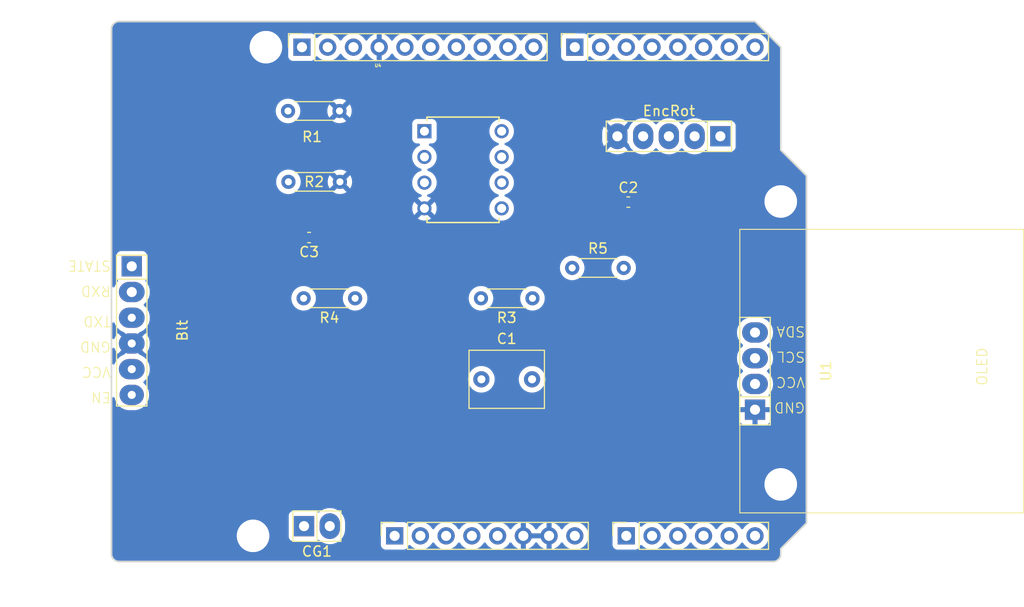
<source format=kicad_pcb>
(kicad_pcb (version 20241229) (generator "pcbnew") (generator_version "9.0")
  (title_block (date "mar. 31 mars 2015"))
  (layers (0 "F.Cu" signal) (2 "B.Cu" signal) (13 "F.Paste" user) (15 "B.Paste" user) (5 "F.SilkS" user "F.Silkscreen") (7 "B.SilkS" user "B.Silkscreen") (1 "F.Mask" user) (3 "B.Mask" user) (25 "Edge.Cuts" user))
  (net 0 "")
  (net 1 "GND")
  (net 3 "+5V")
  (net 4 "/IOREF")
  (net 5 "/A0")
  (net 6 "/A1")
  (net 7 "/A2")
  (net 8 "/A3")
  (net 9 "Net-(U4-+IN)")
  (net 10 "/12")
  (net 11 "/AREF")
  (net 12 "/8")
  (net 13 "Net-(U4-OUT)")
  (net 14 "/*9")
  (net 15 "/*6")
  (net 16 "/TX{slash}1")
  (net 17 "/*3")
  (net 18 "/RX{slash}0")
  (net 19 "+3V3")
  (net 20 "VCC")
  (net 21 "/~{RESET}")
  (net 22 "TXD")
  (net 23 "SCL")
  (net 24 "RXD")
  (net 25 "SDA")
  (net 28 "CLK")
  (net 29 "DT")
  (net 30 "SW")
  (net 31 "ADC")
  (net 32 "Net-(CG1-Pad2)")
  (net 33 "SDI")
  (net 34 "SCK")
  (footprint "Connector_PinSocket_2.54mm:PinSocket_1x08_P2.54mm_Vertical" (layer "F.Cu") (at 127.94 97.46 90)
    (property "Reference" "J1" (hide yes))
    (property "Value" "Power")
    (fp_line (start 1.33 -1.33) (end 1.33 0) (stroke (width 0.12)) (layer "F.SilkS"))
    (fp_line (start 0 -1.33) (end 1.33 -1.33) (stroke (width 0.12)) (layer "F.SilkS"))
    (fp_line (start 1.33 1.27) (end 1.33 19.11) (stroke (width 0.12)) (layer "F.SilkS"))
    (fp_line (start -1.33 1.27) (end 1.33 1.27) (stroke (width 0.12)) (layer "F.SilkS"))
    (fp_line (start -1.33 1.27) (end -1.33 19.11) (stroke (width 0.12)) (layer "F.SilkS"))
    (fp_line (start -1.33 19.11) (end 1.33 19.11) (stroke (width 0.12)) (layer "F.SilkS"))
    (pad "1" thru_hole rect (at 0 0 90) (size 1.7 1.7) (drill 1) (layers "*.Cu" "*.Mask"))
    (pad "2" thru_hole oval (at 0 2.54 90) (size 1.7 1.7) (drill 1) (layers "*.Cu" "*.Mask") (net 4 "/IOREF"))
    (pad "3" thru_hole oval (at 0 5.08 90) (size 1.7 1.7) (drill 1) (layers "*.Cu" "*.Mask") (net 21 "/~{RESET}"))
    (pad "4" thru_hole oval (at 0 7.62 90) (size 1.7 1.7) (drill 1) (layers "*.Cu" "*.Mask") (net 19 "+3V3"))
    (pad "5" thru_hole oval (at 0 10.16 90) (size 1.7 1.7) (drill 1) (layers "*.Cu" "*.Mask") (net 3 "+5V"))
    (pad "6" thru_hole oval (at 0 12.7 90) (size 1.7 1.7) (drill 1) (layers "*.Cu" "*.Mask") (net 1 "GND"))
    (pad "7" thru_hole oval (at 0 15.24 90) (size 1.7 1.7) (drill 1) (layers "*.Cu" "*.Mask") (net 1 "GND"))
    (pad "8" thru_hole oval (at 0 17.78 90) (size 1.7 1.7) (drill 1) (layers "*.Cu" "*.Mask") (net 20 "VCC"))
  )
  (footprint "Connector_PinSocket_2.54mm:PinSocket_1x06_P2.54mm_Vertical" (layer "F.Cu") (at 150.8 97.46 90)
    (property "Reference" "J3" (hide yes))
    (property "Value" "Analog")
    (fp_line (start 1.33 -1.33) (end 1.33 0) (stroke (width 0.12)) (layer "F.SilkS"))
    (fp_line (start 0 -1.33) (end 1.33 -1.33) (stroke (width 0.12)) (layer "F.SilkS"))
    (fp_line (start 1.33 1.27) (end 1.33 14.03) (stroke (width 0.12)) (layer "F.SilkS"))
    (fp_line (start -1.33 1.27) (end 1.33 1.27) (stroke (width 0.12)) (layer "F.SilkS"))
    (fp_line (start -1.33 1.27) (end -1.33 14.03) (stroke (width 0.12)) (layer "F.SilkS"))
    (fp_line (start -1.33 14.03) (end 1.33 14.03) (stroke (width 0.12)) (layer "F.SilkS"))
    (pad "1" thru_hole rect (at 0 0 90) (size 1.7 1.7) (drill 1) (layers "*.Cu" "*.Mask") (net 5 "/A0"))
    (pad "2" thru_hole oval (at 0 2.54 90) (size 1.7 1.7) (drill 1) (layers "*.Cu" "*.Mask") (net 6 "/A1"))
    (pad "3" thru_hole oval (at 0 5.08 90) (size 1.7 1.7) (drill 1) (layers "*.Cu" "*.Mask") (net 7 "/A2"))
    (pad "4" thru_hole oval (at 0 7.62 90) (size 1.7 1.7) (drill 1) (layers "*.Cu" "*.Mask") (net 8 "/A3"))
    (pad "5" thru_hole oval (at 0 10.16 90) (size 1.7 1.7) (drill 1) (layers "*.Cu" "*.Mask") (net 25 "SDA"))
    (pad "6" thru_hole oval (at 0 12.7 90) (size 1.7 1.7) (drill 1) (layers "*.Cu" "*.Mask") (net 23 "SCL"))
  )
  (footprint "Connector_PinSocket_2.54mm:PinSocket_1x10_P2.54mm_Vertical" (layer "F.Cu") (at 118.796 49.2 90)
    (property "Reference" "J2" (hide yes))
    (property "Value" "Digital/PWM")
    (fp_line (start 1.33 -1.33) (end 1.33 0) (stroke (width 0.12)) (layer "F.SilkS"))
    (fp_line (start 0 -1.33) (end 1.33 -1.33) (stroke (width 0.12)) (layer "F.SilkS"))
    (fp_line (start 1.33 1.27) (end 1.33 24.19) (stroke (width 0.12)) (layer "F.SilkS"))
    (fp_line (start -1.33 1.27) (end 1.33 1.27) (stroke (width 0.12)) (layer "F.SilkS"))
    (fp_line (start -1.33 1.27) (end -1.33 24.19) (stroke (width 0.12)) (layer "F.SilkS"))
    (fp_line (start -1.33 24.19) (end 1.33 24.19) (stroke (width 0.12)) (layer "F.SilkS"))
    (pad "1" thru_hole rect (at 0 0 90) (size 1.7 1.7) (drill 1) (layers "*.Cu" "*.Mask") (net 23 "SCL"))
    (pad "2" thru_hole oval (at 0 2.54 90) (size 1.7 1.7) (drill 1) (layers "*.Cu" "*.Mask") (net 25 "SDA"))
    (pad "3" thru_hole oval (at 0 5.08 90) (size 1.7 1.7) (drill 1) (layers "*.Cu" "*.Mask") (net 11 "/AREF"))
    (pad "4" thru_hole oval (at 0 7.62 90) (size 1.7 1.7) (drill 1) (layers "*.Cu" "*.Mask") (net 1 "GND"))
    (pad "5" thru_hole oval (at 0 10.16 90) (size 1.7 1.7) (drill 1) (layers "*.Cu" "*.Mask") (net 34 "SCK"))
    (pad "6" thru_hole oval (at 0 12.7 90) (size 1.7 1.7) (drill 1) (layers "*.Cu" "*.Mask") (net 10 "/12"))
    (pad "7" thru_hole oval (at 0 15.24 90) (size 1.7 1.7) (drill 1) (layers "*.Cu" "*.Mask") (net 33 "SDI"))
    (pad "8" thru_hole oval (at 0 17.78 90) (size 1.7 1.7) (drill 1) (layers "*.Cu" "*.Mask") (net 24 "RXD"))
    (pad "9" thru_hole oval (at 0 20.32 90) (size 1.7 1.7) (drill 1) (layers "*.Cu" "*.Mask") (net 14 "/*9"))
    (pad "10" thru_hole oval (at 0 22.86 90) (size 1.7 1.7) (drill 1) (layers "*.Cu" "*.Mask") (net 12 "/8"))
  )
  (footprint "Connector_PinSocket_2.54mm:PinSocket_1x08_P2.54mm_Vertical" (layer "F.Cu") (at 145.72 49.2 90)
    (property "Reference" "J4" (hide yes))
    (property "Value" "Digital/PWM")
    (fp_line (start 1.33 -1.33) (end 1.33 0) (stroke (width 0.12)) (layer "F.SilkS"))
    (fp_line (start 0 -1.33) (end 1.33 -1.33) (stroke (width 0.12)) (layer "F.SilkS"))
    (fp_line (start 1.33 1.27) (end 1.33 19.11) (stroke (width 0.12)) (layer "F.SilkS"))
    (fp_line (start -1.33 1.27) (end 1.33 1.27) (stroke (width 0.12)) (layer "F.SilkS"))
    (fp_line (start -1.33 1.27) (end -1.33 19.11) (stroke (width 0.12)) (layer "F.SilkS"))
    (fp_line (start -1.33 19.11) (end 1.33 19.11) (stroke (width 0.12)) (layer "F.SilkS"))
    (pad "1" thru_hole rect (at 0 0 90) (size 1.7 1.7) (drill 1) (layers "*.Cu" "*.Mask") (net 22 "TXD"))
    (pad "2" thru_hole oval (at 0 2.54 90) (size 1.7 1.7) (drill 1) (layers "*.Cu" "*.Mask") (net 15 "/*6"))
    (pad "3" thru_hole oval (at 0 5.08 90) (size 1.7 1.7) (drill 1) (layers "*.Cu" "*.Mask") (net 30 "SW"))
    (pad "4" thru_hole oval (at 0 7.62 90) (size 1.7 1.7) (drill 1) (layers "*.Cu" "*.Mask") (net 29 "DT"))
    (pad "5" thru_hole oval (at 0 10.16 90) (size 1.7 1.7) (drill 1) (layers "*.Cu" "*.Mask") (net 17 "/*3"))
    (pad "6" thru_hole oval (at 0 12.7 90) (size 1.7 1.7) (drill 1) (layers "*.Cu" "*.Mask") (net 28 "CLK"))
    (pad "7" thru_hole oval (at 0 15.24 90) (size 1.7 1.7) (drill 1) (layers "*.Cu" "*.Mask") (net 16 "/TX{slash}1"))
    (pad "8" thru_hole oval (at 0 17.78 90) (size 1.7 1.7) (drill 1) (layers "*.Cu" "*.Mask") (net 18 "/RX{slash}0"))
  )
  (footprint "Resistor_THT:R_Axial_DIN0204_L3.6mm_D1.6mm_P5.08mm_Horizontal" (layer "F.Cu") (at 122.54 62.5 180)
    (property "Reference" "R2" (at 2.54 0 180) (layer "F.SilkS"))
    (property "Value" "1k")
    (fp_line (start 0.62 0.92) (end 4.46 0.92) (stroke (width 0.12)) (layer "F.SilkS"))
    (fp_line (start 0.62 -0.92) (end 4.46 -0.92) (stroke (width 0.12)) (layer "F.SilkS"))
    (pad "1" thru_hole circle (at 0 0 180) (size 1.4 1.4) (drill 0.7) (layers "*.Cu" "*.Mask") (net 1 "GND"))
    (pad "2" thru_hole oval (at 5.08 0 180) (size 1.4 1.4) (drill 0.7) (layers "*.Cu" "*.Mask") (net 9 "Net-(U4-+IN)"))
  )
  (footprint "emprente:ENCODEUR ROTATION" (layer "F.Cu") (at 155 58 180)
    (property "Reference" "EncRot" (at 0 2.5 0) (layer "F.SilkS"))
    (property "Value" "~")
    (fp_line (start 6.18 1.5) (end -6.18 1.5) (stroke (width 0.12)) (layer "F.SilkS"))
    (fp_line (start 6.18 -1.5) (end 6.18 1.5) (stroke (width 0.12)) (layer "F.SilkS"))
    (fp_line (start -3.81 -1.5) (end -3.81 1.5) (stroke (width 0.12)) (layer "F.SilkS"))
    (fp_line (start -6.18 1.5) (end -6.18 -1.5) (stroke (width 0.12)) (layer "F.SilkS"))
    (fp_line (start -6.18 -1.5) (end 6.18 -1.5) (stroke (width 0.12)) (layer "F.SilkS"))
    (pad "1" thru_hole rect (at -5.08 0 180) (size 2 2) (drill 1) (layers "*.Cu" "*.Mask") (net 28 "CLK"))
    (pad "2" thru_hole oval (at -2.54 0 180) (size 2 2.54) (drill 1) (layers "*.Cu" "*.Mask") (net 29 "DT"))
    (pad "3" thru_hole oval (at 0 0 180) (size 2 2.54) (drill 1) (layers "*.Cu" "*.Mask") (net 30 "SW"))
    (pad "4" thru_hole oval (at 2.54 0 180) (size 2 2.54) (drill 1) (layers "*.Cu" "*.Mask") (net 3 "+5V"))
    (pad "5" thru_hole oval (at 5.08 0 180) (size 2 2.54) (drill 1) (layers "*.Cu" "*.Mask") (net 1 "GND"))
  )
  (footprint "My_footprints_Librairy:SIP-2" (layer "F.Cu") (at 120.27 96.5)
    (property "Reference" "CG1" (at 0 2.5 0) (layer "F.SilkS"))
    (property "Value" "~")
    (fp_line (start -2.37 -1.5) (end 2.37 -1.5) (stroke (width 0.12)) (layer "F.SilkS"))
    (fp_line (start -2.37 1.5) (end -2.37 -1.5) (stroke (width 0.12)) (layer "F.SilkS"))
    (fp_line (start 0 -1.5) (end 0 1.5) (stroke (width 0.12)) (layer "F.SilkS"))
    (fp_line (start 2.37 -1.5) (end 2.37 1.5) (stroke (width 0.12)) (layer "F.SilkS"))
    (fp_line (start 2.37 1.5) (end -2.37 1.5) (stroke (width 0.12)) (layer "F.SilkS"))
    (pad "1" thru_hole rect (at -1.27 0) (size 2 2) (drill 1) (layers "*.Cu" "*.Mask") (net 3 "+5V"))
    (pad "2" thru_hole oval (at 1.27 0) (size 2 2.54) (drill 1) (layers "*.Cu" "*.Mask") (net 32 "Net-(CG1-Pad2)"))
  )
  (footprint "Capacitor_THT:C_Rect_L7.2mm_W5.5mm_P5.00mm_FKS2_FKP2_MKS2_MKP2" (layer "F.Cu") (at 136.5 82)
    (property "Reference" "C1" (at 2.5 -4 0) (layer "F.SilkS"))
    (property "Value" "1u")
    (fp_line (start -1.22 -2.87) (end -1.22 2.87) (stroke (width 0.12)) (layer "F.SilkS"))
    (fp_line (start -1.22 -2.87) (end 6.22 -2.87) (stroke (width 0.12)) (layer "F.SilkS"))
    (fp_line (start -1.22 2.87) (end 6.22 2.87) (stroke (width 0.12)) (layer "F.SilkS"))
    (fp_line (start 6.22 -2.87) (end 6.22 2.87) (stroke (width 0.12)) (layer "F.SilkS"))
    (pad "1" thru_hole circle (at 0 0) (size 1.6 1.6) (drill 0.8) (layers "*.Cu" "*.Mask") (net 9 "Net-(U4-+IN)"))
    (pad "2" thru_hole circle (at 5 0) (size 1.6 1.6) (drill 0.8) (layers "*.Cu" "*.Mask") (net 13 "Net-(U4-OUT)"))
  )
  (footprint "Arduino_MountingHole:MountingHole_3.2mm" (layer "F.Cu") (at 115.24 49.2)
    (property "Reference" "MH1" (hide yes))
    (property "Value" "MountingHole_3.2mm" (hide yes))
    (pad "" np_thru_hole circle (at 0 0) (size 3.2 3.2) (drill 3.2) (layers "*.Cu" "*.Mask"))
  )
  (footprint "Resistor_THT:R_Axial_DIN0204_L3.6mm_D1.6mm_P5.08mm_Horizontal" (layer "F.Cu") (at 122.5 55.5 180)
    (property "Reference" "R1" (at 2.705 -2.56 0) (layer "F.SilkS"))
    (property "Value" "100k")
    (fp_line (start 0.62 0.92) (end 4.46 0.92) (stroke (width 0.12)) (layer "F.SilkS"))
    (fp_line (start 0.62 -0.92) (end 4.46 -0.92) (stroke (width 0.12)) (layer "F.SilkS"))
    (pad "1" thru_hole circle (at 0 0 180) (size 1.4 1.4) (drill 0.7) (layers "*.Cu" "*.Mask") (net 1 "GND"))
    (pad "2" thru_hole oval (at 5.08 0 180) (size 1.4 1.4) (drill 0.7) (layers "*.Cu" "*.Mask") (net 9 "Net-(U4-+IN)"))
  )
  (footprint "Capacitor_SMD:C_0603_1608Metric" (layer "F.Cu") (at 119.5 68 180)
    (property "Reference" "C3" (at 0 -1.43 0) (layer "F.SilkS"))
    (property "Value" "100n")
    (fp_line (start -0.14058 0.51) (end 0.14058 0.51) (stroke (width 0.12)) (layer "F.SilkS"))
    (fp_line (start -0.14058 -0.51) (end 0.14058 -0.51) (stroke (width 0.12)) (layer "F.SilkS"))
    (pad "1" smd roundrect (at -0.775 0 180) (size 0.9 0.95) (layers "F.Cu" "F.Mask" "F.Paste") (net 1 "GND"))
    (pad "2" smd roundrect (at 0.775 0 180) (size 0.9 0.95) (layers "F.Cu" "F.Mask" "F.Paste") (net 9 "Net-(U4-+IN)"))
  )
  (footprint "Resistor_THT:R_Axial_DIN0204_L3.6mm_D1.6mm_P5.08mm_Horizontal" (layer "F.Cu") (at 124.04 74 180)
    (property "Reference" "R4" (at 2.54 -1.92 0) (layer "F.SilkS"))
    (property "Value" "10k")
    (fp_line (start 0.62 0.92) (end 4.46 0.92) (stroke (width 0.12)) (layer "F.SilkS"))
    (fp_line (start 0.62 -0.92) (end 4.46 -0.92) (stroke (width 0.12)) (layer "F.SilkS"))
    (pad "1" thru_hole circle (at 0 0 180) (size 1.4 1.4) (drill 0.7) (layers "*.Cu" "*.Mask") (net 32 "Net-(CG1-Pad2)"))
    (pad "2" thru_hole oval (at 5.08 0 180) (size 1.4 1.4) (drill 0.7) (layers "*.Cu" "*.Mask") (net 9 "Net-(U4-+IN)"))
  )
  (footprint "emprente:BLUETOOTH2" (layer "F.Cu") (at 102 77.19 -90)
    (property "Reference" "Blt" (at 0 -5 90) (layer "F.SilkS"))
    (property "Value" "~")
    (fp_line (start -7.45 1.5) (end -7.45 -1.5) (stroke (width 0.12)) (layer "F.SilkS"))
    (fp_line (start 7.45 1.5) (end -7.45 1.5) (stroke (width 0.12)) (layer "F.SilkS"))
    (fp_line (start -7.45 -1.5) (end 7.45 -1.5) (stroke (width 0.12)) (layer "F.SilkS"))
    (fp_line (start -5.08 -1.5) (end -5.08 1.5) (stroke (width 0.12)) (layer "F.SilkS"))
    (fp_line (start 7.45 -1.5) (end 7.45 1.5) (stroke (width 0.12)) (layer "F.SilkS"))
    (fp_text user "VCC" (at 3.5 2 180) (layer "F.SilkS") (effects (font (thickness 0.1)) (justify left bottom)))
    (fp_text user "RXD" (at -4.5 2 180) (layer "F.SilkS") (effects (font (thickness 0.1)) (justify left bottom)))
    (fp_text user "STATE" (at -7 2 180) (layer "F.SilkS") (effects (font (thickness 0.1)) (justify left bottom)))
    (fp_text user "GND" (at 1 2 180) (layer "F.SilkS") (effects (font (thickness 0.1)) (justify left bottom)))
    (fp_text user "TXD" (at -1.5 2 180) (layer "F.SilkS") (effects (font (thickness 0.1)) (justify left bottom)))
    (fp_text user "EN" (at 6 2 180) (layer "F.SilkS") (effects (font (thickness 0.1)) (justify left bottom)))
    (pad "1" thru_hole rect (at -6.35 0 270) (size 2 2) (drill 1) (layers "*.Cu" "*.Mask"))
    (pad "2" thru_hole oval (at -3.81 0 270) (size 2 2.54) (drill 1) (layers "*.Cu" "*.Mask") (net 24 "RXD"))
    (pad "3" thru_hole oval (at -1.27 0 270) (size 2 2.54) (drill 0.8) (layers "*.Cu" "*.Mask") (net 22 "TXD"))
    (pad "4" thru_hole oval (at 1.27 0 270) (size 2 2.54) (drill 0.8) (layers "*.Cu" "*.Mask") (net 1 "GND"))
    (pad "5" thru_hole oval (at 3.81 0 270) (size 2 2.54) (drill 0.8) (layers "*.Cu" "*.Mask") (net 3 "+5V"))
    (pad "6" thru_hole oval (at 6.35 0 270) (size 2 2.4) (drill 0.8) (layers "*.Cu" "*.Mask"))
  )
  (footprint "emprente:SIP-4" (layer "F.Cu") (at 163.5 81.19 90)
    (property "Reference" "U1" (at 0 7 90) (layer "F.SilkS"))
    (property "Value" "~")
    (fp_line (start 5.31 -1.5) (end 5.31 1.5) (stroke (width 0.12)) (layer "F.SilkS"))
    (fp_line (start -2.54 -1.5) (end -2.54 1.5) (stroke (width 0.12)) (layer "F.SilkS"))
    (fp_line (start -5.31 -1.5) (end 5.31 -1.5) (stroke (width 0.12)) (layer "F.SilkS"))
    (fp_line (start 5.31 1.5) (end -5.31 1.5) (stroke (width 0.12)) (layer "F.SilkS"))
    (fp_line (start -5.31 1.5) (end -5.31 -1.5) (stroke (width 0.12)) (layer "F.SilkS"))
    (fp_rect (start -14 -1.5) (end 14 26.5) (stroke (width 0.1)) (fill no) (layer "F.SilkS"))
    (fp_text user "GND" (at -3 5 180) (layer "F.SilkS") (effects (font (thickness 0.1)) (justify left bottom)))
    (fp_text user "SCL" (at 2 5 180) (layer "F.SilkS") (effects (font (thickness 0.1)) (justify left bottom)))
    (fp_text user "SDA" (at 4.5 5 180) (layer "F.SilkS") (effects (font (thickness 0.1)) (justify left bottom)))
    (fp_text user "VCC" (at -0.5 5 180) (layer "F.SilkS") (effects (font (thickness 0.1)) (justify left bottom)))
    (fp_text user "OLED" (at -1.5 23 90) (layer "F.SilkS") (effects (font (thickness 0.1)) (justify left bottom)))
    (pad "1" thru_hole rect (at -3.81 0 90) (size 2 2) (drill 1) (layers "*.Cu" "*.Mask") (net 1 "GND"))
    (pad "2" thru_hole oval (at -1.27 0 90) (size 2 2.54) (drill 1) (layers "*.Cu" "*.Mask") (net 3 "+5V"))
    (pad "3" thru_hole oval (at 1.27 0 90) (size 2 2.54) (drill 1) (layers "*.Cu" "*.Mask") (net 23 "SCL"))
    (pad "4" thru_hole oval (at 3.81 0 90) (size 2 2.54) (drill 1) (layers "*.Cu" "*.Mask") (net 25 "SDA"))
  )
  (footprint "LTC1050ACN8_PBF:PDIP-8_N" (layer "F.Cu") (at 138.5 65.12)
    (property "Reference" "U4" (at -12.208 -14.108 0) (layer "F.SilkS") (effects (font (size 0.314961 0.314961))))
    (property "Value" "LTC1050ACN8_PBF")
    (fp_line (start -7.366 -9.017) (end -7.366 -8.6614) (stroke (width 0.1524)) (layer "F.SilkS"))
    (fp_line (start -7.366 0.9906) (end -7.366 1.397) (stroke (width 0.1524)) (layer "F.SilkS"))
    (fp_line (start -7.366 1.397) (end -0.254 1.397) (stroke (width 0.1524)) (layer "F.SilkS"))
    (fp_line (start -0.254 -9.017) (end -7.366 -9.017) (stroke (width 0.1524)) (layer "F.SilkS"))
    (fp_line (start -0.254 -8.6106) (end -0.254 -9.017) (stroke (width 0.1524)) (layer "F.SilkS"))
    (fp_line (start -0.254 1.397) (end -0.254 0.9906) (stroke (width 0.1524)) (layer "F.SilkS"))
    (pad "1" thru_hole rect (at -7.62 -7.62) (size 1.397 1.397) (drill 0.889) (layers "*.Cu" "*.Mask"))
    (pad "2" thru_hole circle (at -7.62 -5.08) (size 1.397 1.397) (drill 0.889) (layers "*.Cu" "*.Mask") (net 9 "Net-(U4-+IN)"))
    (pad "3" thru_hole circle (at -7.62 -2.54) (size 1.397 1.397) (drill 0.889) (layers "*.Cu" "*.Mask") (net 9 "Net-(U4-+IN)"))
    (pad "4" thru_hole circle (at -7.62 0) (size 1.397 1.397) (drill 0.889) (layers "*.Cu" "*.Mask") (net 1 "GND"))
    (pad "5" thru_hole circle (at 0 0) (size 1.397 1.397) (drill 0.889) (layers "*.Cu" "*.Mask"))
    (pad "6" thru_hole circle (at 0 -2.54) (size 1.397 1.397) (drill 0.889) (layers "*.Cu" "*.Mask") (net 13 "Net-(U4-OUT)"))
    (pad "7" thru_hole circle (at 0 -5.08) (size 1.397 1.397) (drill 0.889) (layers "*.Cu" "*.Mask") (net 3 "+5V"))
    (pad "8" thru_hole circle (at 0 -7.62) (size 1.397 1.397) (drill 0.889) (layers "*.Cu" "*.Mask"))
  )
  (footprint "Arduino_MountingHole:MountingHole_3.2mm" (layer "F.Cu") (at 113.97 97.46)
    (property "Reference" "MH2" (hide yes))
    (property "Value" "MountingHole_3.2mm" (hide yes))
    (pad "" np_thru_hole circle (at 0 0) (size 3.2 3.2) (drill 3.2) (layers "*.Cu" "*.Mask"))
  )
  (footprint "Arduino_MountingHole:MountingHole_3.2mm" (layer "F.Cu") (at 166.04 64.44)
    (property "Reference" "MH3" (hide yes))
    (property "Value" "MountingHole_3.2mm" (hide yes))
    (pad "" np_thru_hole circle (at 0 0) (size 3.2 3.2) (drill 3.2) (layers "*.Cu" "*.Mask"))
  )
  (footprint "Arduino_MountingHole:MountingHole_3.2mm" (layer "F.Cu") (at 166.04 92.38)
    (property "Reference" "MH4" (hide yes))
    (property "Value" "MountingHole_3.2mm" (hide yes))
    (pad "" np_thru_hole circle (at 0 0) (size 3.2 3.2) (drill 3.2) (layers "*.Cu" "*.Mask"))
  )
  (footprint "Resistor_THT:R_Axial_DIN0204_L3.6mm_D1.6mm_P5.08mm_Horizontal" (layer "F.Cu") (at 141.54 74 180)
    (property "Reference" "R3" (at 2.54 -1.92 0) (layer "F.SilkS"))
    (property "Value" "100k")
    (fp_line (start 0.62 0.92) (end 4.46 0.92) (stroke (width 0.12)) (layer "F.SilkS"))
    (fp_line (start 0.62 -0.92) (end 4.46 -0.92) (stroke (width 0.12)) (layer "F.SilkS"))
    (pad "1" thru_hole circle (at 0 0 180) (size 1.4 1.4) (drill 0.7) (layers "*.Cu" "*.Mask") (net 13 "Net-(U4-OUT)"))
    (pad "2" thru_hole oval (at 5.08 0 180) (size 1.4 1.4) (drill 0.7) (layers "*.Cu" "*.Mask") (net 9 "Net-(U4-+IN)"))
  )
  (footprint "Capacitor_SMD:C_0603_1608Metric" (layer "F.Cu") (at 151 64.5)
    (property "Reference" "C2" (at 0 -1.43 0) (layer "F.SilkS"))
    (property "Value" "100n")
    (fp_line (start -0.14058 -0.51) (end 0.14058 -0.51) (stroke (width 0.12)) (layer "F.SilkS"))
    (fp_line (start -0.14058 0.51) (end 0.14058 0.51) (stroke (width 0.12)) (layer "F.SilkS"))
    (pad "1" smd roundrect (at -0.775 0) (size 0.9 0.95) (layers "F.Cu" "F.Mask" "F.Paste") (net 31 "ADC"))
    (pad "2" smd roundrect (at 0.775 0) (size 0.9 0.95) (layers "F.Cu" "F.Mask" "F.Paste") (net 1 "GND"))
  )
  (footprint "Resistor_THT:R_Axial_DIN0204_L3.6mm_D1.6mm_P5.08mm_Horizontal" (layer "F.Cu") (at 145.46 71)
    (property "Reference" "R5" (at 2.54 -1.92 0) (layer "F.SilkS"))
    (property "Value" "1k")
    (fp_line (start 0.62 -0.92) (end 4.46 -0.92) (stroke (width 0.12)) (layer "F.SilkS"))
    (fp_line (start 0.62 0.92) (end 4.46 0.92) (stroke (width 0.12)) (layer "F.SilkS"))
    (pad "1" thru_hole circle (at 0 0) (size 1.4 1.4) (drill 0.7) (layers "*.Cu" "*.Mask") (net 13 "Net-(U4-OUT)"))
    (pad "2" thru_hole oval (at 5.08 0) (size 1.4 1.4) (drill 0.7) (layers "*.Cu" "*.Mask") (net 31 "ADC"))
  )
  (gr_line (start 166.04 59.36) (end 168.58 61.9) (stroke (width 0.15)) (layer "Edge.Cuts"))
  (gr_line (start 100 99.238) (end 100 47.422) (stroke (width 0.15)) (layer "Edge.Cuts"))
  (gr_line (start 168.58 61.9) (end 168.58 96.19) (stroke (width 0.15)) (layer "Edge.Cuts"))
  (gr_line (start 165.278 100) (end 100.762 100) (stroke (width 0.15)) (layer "Edge.Cuts"))
  (gr_line (start 100.762 46.66) (end 163.5 46.66) (stroke (width 0.15)) (layer "Edge.Cuts"))
  (gr_arc (start 100.762 100) (mid 100.223185 99.776815) (end 100 99.238) (stroke (width 0.15)) (layer "Edge.Cuts"))
  (gr_line (start 168.58 96.19) (end 166.04 98.73) (stroke (width 0.15)) (layer "Edge.Cuts"))
  (gr_line (start 163.5 46.66) (end 166.04 49.2) (stroke (width 0.15)) (layer "Edge.Cuts"))
  (gr_arc (start 166.04 99.238) (mid 165.816815 99.776815) (end 165.278 100) (stroke (width 0.15)) (layer "Edge.Cuts"))
  (gr_line (start 166.04 49.2) (end 166.04 59.36) (stroke (width 0.15)) (layer "Edge.Cuts"))
  (gr_line (start 166.04 98.73) (end 166.04 99.238) (stroke (width 0.15)) (layer "Edge.Cuts"))
  (gr_arc (start 100 47.422) (mid 100.223185 46.883185) (end 100.762 46.66) (stroke (width 0.15)) (layer "Edge.Cuts"))
  (zone (net 1) (net_name "GND") (layer "B.Cu") (connect_pads (clearance 0.508)) (min_thickness 0.25) (fill yes (thermal_gap 0.5) (thermal_bridge_width 0.5))
    (polygon (pts (xy 89.5 45) (xy 89 104.5) (xy 175.5 104) (xy 176 45)))
  )
)
</source>
